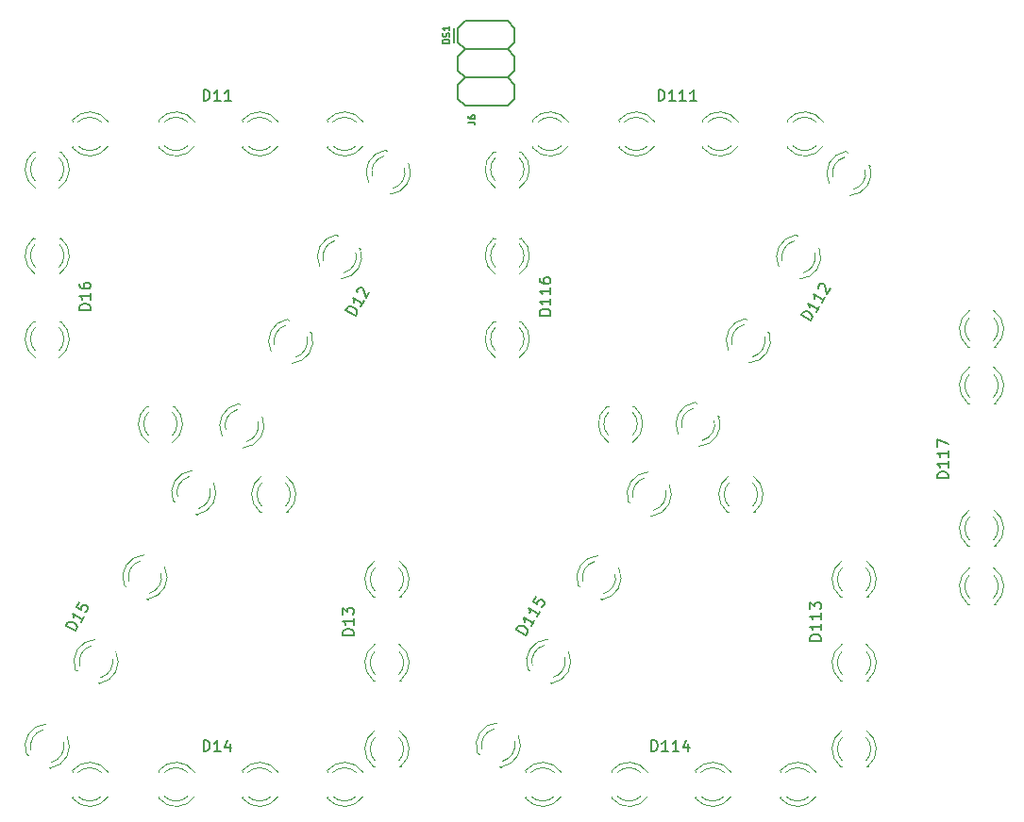
<source format=gbr>
G04 #@! TF.GenerationSoftware,KiCad,Pcbnew,5.1.10-5.1.10*
G04 #@! TF.CreationDate,2021-09-24T10:51:31+10:00*
G04 #@! TF.ProjectId,6segment,36736567-6d65-46e7-942e-6b696361645f,rev?*
G04 #@! TF.SameCoordinates,Original*
G04 #@! TF.FileFunction,Legend,Top*
G04 #@! TF.FilePolarity,Positive*
%FSLAX46Y46*%
G04 Gerber Fmt 4.6, Leading zero omitted, Abs format (unit mm)*
G04 Created by KiCad (PCBNEW 5.1.10-5.1.10) date 2021-09-24 10:51:31*
%MOMM*%
%LPD*%
G01*
G04 APERTURE LIST*
%ADD10C,0.203200*%
%ADD11C,0.120000*%
%ADD12C,0.127000*%
%ADD13C,0.150000*%
G04 APERTURE END LIST*
D10*
G04 #@! TO.C,J6*
X131445000Y-44450000D02*
X130810000Y-45085000D01*
X130810000Y-46355000D02*
X131445000Y-46990000D01*
X131445000Y-46990000D02*
X130810000Y-47625000D01*
X130810000Y-48895000D02*
X131445000Y-49530000D01*
X131445000Y-49530000D02*
X130810000Y-50165000D01*
X130810000Y-51435000D02*
X131445000Y-52070000D01*
X131445000Y-44450000D02*
X135255000Y-44450000D01*
X135255000Y-44450000D02*
X135890000Y-45085000D01*
X135890000Y-45085000D02*
X135890000Y-46355000D01*
X135890000Y-46355000D02*
X135255000Y-46990000D01*
X135255000Y-46990000D02*
X135890000Y-47625000D01*
X135890000Y-47625000D02*
X135890000Y-48895000D01*
X135890000Y-48895000D02*
X135255000Y-49530000D01*
X135255000Y-49530000D02*
X135890000Y-50165000D01*
X135890000Y-50165000D02*
X135890000Y-51435000D01*
X135890000Y-51435000D02*
X135255000Y-52070000D01*
X135255000Y-46990000D02*
X131445000Y-46990000D01*
X135255000Y-49530000D02*
X131445000Y-49530000D01*
X135255000Y-52070000D02*
X131445000Y-52070000D01*
X130810000Y-50165000D02*
X130810000Y-51435000D01*
X130810000Y-47625000D02*
X130810000Y-48895000D01*
X130810000Y-45085000D02*
X130810000Y-46355000D01*
X130477260Y-46355000D02*
X130477260Y-45085000D01*
X130477260Y-45085000D02*
X130477260Y-46355000D01*
D11*
G04 #@! TO.C,D115*
X132585197Y-110193016D02*
X132718915Y-110273362D01*
X134570396Y-111385844D02*
X134704114Y-111466190D01*
X139083675Y-103874487D02*
X139217393Y-103954833D01*
X137098475Y-102681659D02*
X137232193Y-102762005D01*
X143596953Y-96363130D02*
X143730671Y-96443476D01*
X141611754Y-95170302D02*
X141745472Y-95250648D01*
X148110232Y-88851773D02*
X148243950Y-88932119D01*
X146125033Y-87658945D02*
X146258751Y-87739291D01*
X147924720Y-84969355D02*
G75*
G03*
X146125447Y-87659194I63231J-1988996D01*
G01*
X149773815Y-86080405D02*
G75*
G02*
X148243535Y-88931870I-1785864J-877946D01*
G01*
X147598571Y-85509771D02*
G75*
G03*
X146526076Y-87294388I389380J-1448580D01*
G01*
X149449774Y-86622086D02*
G75*
G02*
X148377557Y-88406870I-1461823J-336265D01*
G01*
X143411440Y-92480713D02*
G75*
G03*
X141612169Y-95170551I63232J-1988995D01*
G01*
X145260536Y-93591761D02*
G75*
G02*
X143730257Y-96443227I-1785864J-877947D01*
G01*
X143085292Y-93021128D02*
G75*
G03*
X142012797Y-94805745I389380J-1448580D01*
G01*
X144936495Y-94133443D02*
G75*
G02*
X143864278Y-95918227I-1461823J-336265D01*
G01*
X138898161Y-99992070D02*
G75*
G03*
X137098890Y-102681908I63232J-1988995D01*
G01*
X140747257Y-101103118D02*
G75*
G02*
X139216978Y-103954584I-1785864J-877947D01*
G01*
X138572013Y-100532485D02*
G75*
G03*
X137499518Y-102317102I389380J-1448580D01*
G01*
X140423216Y-101644799D02*
G75*
G02*
X139351000Y-103429584I-1461823J-336266D01*
G01*
X135909938Y-109156157D02*
G75*
G02*
X134837721Y-110940941I-1461823J-336265D01*
G01*
X134058735Y-108043842D02*
G75*
G03*
X132986240Y-109828459I389380J-1448580D01*
G01*
X136233979Y-108614476D02*
G75*
G02*
X134703699Y-111465941I-1785864J-877946D01*
G01*
X134384884Y-107503426D02*
G75*
G03*
X132585611Y-110193265I63231J-1988996D01*
G01*
G04 #@! TO.C,D112*
X167769803Y-57446984D02*
X167636085Y-57366638D01*
X165784604Y-56254156D02*
X165650886Y-56173810D01*
X161271325Y-63765513D02*
X161137607Y-63685167D01*
X163256525Y-64958341D02*
X163122807Y-64877995D01*
X156758047Y-71276870D02*
X156624329Y-71196524D01*
X158743246Y-72469698D02*
X158609528Y-72389352D01*
X152244768Y-78788227D02*
X152111050Y-78707881D01*
X154229967Y-79981055D02*
X154096249Y-79900709D01*
X152430280Y-82670645D02*
G75*
G03*
X154229553Y-79980806I-63231J1988996D01*
G01*
X150581185Y-81559595D02*
G75*
G02*
X152111465Y-78708130I1785864J877946D01*
G01*
X152756429Y-82130229D02*
G75*
G03*
X153828924Y-80345612I-389380J1448580D01*
G01*
X150905226Y-81017914D02*
G75*
G02*
X151977443Y-79233130I1461823J336265D01*
G01*
X156943560Y-75159287D02*
G75*
G03*
X158742831Y-72469449I-63232J1988995D01*
G01*
X155094464Y-74048239D02*
G75*
G02*
X156624743Y-71196773I1785864J877947D01*
G01*
X157269708Y-74618872D02*
G75*
G03*
X158342203Y-72834255I-389380J1448580D01*
G01*
X155418505Y-73506557D02*
G75*
G02*
X156490722Y-71721773I1461823J336265D01*
G01*
X161456839Y-67647930D02*
G75*
G03*
X163256110Y-64958092I-63232J1988995D01*
G01*
X159607743Y-66536882D02*
G75*
G02*
X161138022Y-63685416I1785864J877947D01*
G01*
X161782987Y-67107515D02*
G75*
G03*
X162855482Y-65322898I-389380J1448580D01*
G01*
X159931784Y-65995201D02*
G75*
G02*
X161004000Y-64210416I1461823J336266D01*
G01*
X164445062Y-58483843D02*
G75*
G02*
X165517279Y-56699059I1461823J336265D01*
G01*
X166296265Y-59596158D02*
G75*
G03*
X167368760Y-57811541I-389380J1448580D01*
G01*
X164121021Y-59025524D02*
G75*
G02*
X165651301Y-56174059I1785864J877946D01*
G01*
X165970116Y-60136574D02*
G75*
G03*
X167769389Y-57446735I-63231J1988996D01*
G01*
G04 #@! TO.C,D15*
X92129593Y-110326670D02*
X92264693Y-110404670D01*
X94135307Y-111484670D02*
X94270407Y-111562670D01*
X98516807Y-103895689D02*
X98651907Y-103973689D01*
X96511093Y-102737689D02*
X96646193Y-102815689D01*
X102898307Y-96306709D02*
X103033407Y-96384709D01*
X100892593Y-95148709D02*
X101027693Y-95226709D01*
X107279807Y-88717728D02*
X107414907Y-88795728D01*
X105274093Y-87559728D02*
X105409193Y-87637728D01*
X107026566Y-84839141D02*
G75*
G03*
X105274512Y-87559970I97934J-1987588D01*
G01*
X108894769Y-85917749D02*
G75*
G02*
X107414488Y-88795486I-1770269J-908980D01*
G01*
X106709899Y-85385165D02*
G75*
G03*
X105668712Y-87188227I414601J-1441564D01*
G01*
X108580230Y-86465003D02*
G75*
G02*
X107539327Y-88268227I-1455730J-361726D01*
G01*
X102645065Y-92428120D02*
G75*
G03*
X100893012Y-95148951I97935J-1987589D01*
G01*
X104513270Y-93506729D02*
G75*
G02*
X103032988Y-96384467I-1770270J-908980D01*
G01*
X102328398Y-92974145D02*
G75*
G03*
X101287212Y-94777208I414602J-1441564D01*
G01*
X104198731Y-94053983D02*
G75*
G02*
X103157827Y-95857208I-1455731J-361726D01*
G01*
X98263566Y-100017102D02*
G75*
G03*
X96511512Y-102737931I97934J-1987588D01*
G01*
X100131769Y-101095710D02*
G75*
G02*
X98651488Y-103973447I-1770269J-908980D01*
G01*
X97946899Y-100563126D02*
G75*
G03*
X96905712Y-102366188I414601J-1441564D01*
G01*
X99817230Y-101642964D02*
G75*
G02*
X98776327Y-103446188I-1455730J-361726D01*
G01*
X95435731Y-109231944D02*
G75*
G02*
X94394827Y-111035169I-1455731J-361726D01*
G01*
X93565398Y-108152106D02*
G75*
G03*
X92524212Y-109955169I414602J-1441564D01*
G01*
X95750270Y-108684690D02*
G75*
G02*
X94269988Y-111562428I-1770270J-908980D01*
G01*
X93882065Y-107606081D02*
G75*
G03*
X92130012Y-110326912I97935J-1987589D01*
G01*
G04 #@! TO.C,D12*
X126437407Y-57313330D02*
X126302307Y-57235330D01*
X124431693Y-56155330D02*
X124296593Y-56077330D01*
X120050193Y-63744311D02*
X119915093Y-63666311D01*
X122055907Y-64902311D02*
X121920807Y-64824311D01*
X115668693Y-71333291D02*
X115533593Y-71255291D01*
X117674407Y-72491291D02*
X117539307Y-72413291D01*
X111287193Y-78922272D02*
X111152093Y-78844272D01*
X113292907Y-80080272D02*
X113157807Y-80002272D01*
X111540434Y-82800859D02*
G75*
G03*
X113292488Y-80080030I-97934J1987588D01*
G01*
X109672231Y-81722251D02*
G75*
G02*
X111152512Y-78844514I1770269J908980D01*
G01*
X111857101Y-82254835D02*
G75*
G03*
X112898288Y-80451773I-414601J1441564D01*
G01*
X109986770Y-81174997D02*
G75*
G02*
X111027673Y-79371773I1455730J361726D01*
G01*
X115921935Y-75211880D02*
G75*
G03*
X117673988Y-72491049I-97935J1987589D01*
G01*
X114053730Y-74133271D02*
G75*
G02*
X115534012Y-71255533I1770270J908980D01*
G01*
X116238602Y-74665855D02*
G75*
G03*
X117279788Y-72862792I-414602J1441564D01*
G01*
X114368269Y-73586017D02*
G75*
G02*
X115409173Y-71782792I1455731J361726D01*
G01*
X120303434Y-67622898D02*
G75*
G03*
X122055488Y-64902069I-97934J1987588D01*
G01*
X118435231Y-66544290D02*
G75*
G02*
X119915512Y-63666553I1770269J908980D01*
G01*
X120620101Y-67076874D02*
G75*
G03*
X121661288Y-65273812I-414601J1441564D01*
G01*
X118749770Y-65997036D02*
G75*
G02*
X119790673Y-64193812I1455730J361726D01*
G01*
X123131269Y-58408056D02*
G75*
G02*
X124172173Y-56604831I1455731J361726D01*
G01*
X125001602Y-59487894D02*
G75*
G03*
X126042788Y-57684831I-414602J1441564D01*
G01*
X122816730Y-58955310D02*
G75*
G02*
X124297012Y-56077572I1770270J908980D01*
G01*
X124684935Y-60033919D02*
G75*
G03*
X126436988Y-57313088I-97935J1987589D01*
G01*
G04 #@! TO.C,D116*
X136491000Y-56225000D02*
X136335000Y-56225000D01*
X134175000Y-56225000D02*
X134019000Y-56225000D01*
X134175000Y-63972000D02*
X134019000Y-63972000D01*
X136491000Y-63972000D02*
X136335000Y-63972000D01*
X134175000Y-71465000D02*
X134019000Y-71465000D01*
X136491000Y-71465000D02*
X136335000Y-71465000D01*
X144335000Y-79085000D02*
X144179000Y-79085000D01*
X146651000Y-79085000D02*
X146495000Y-79085000D01*
X146493608Y-82317335D02*
G75*
G03*
X146650516Y-79085000I-1078608J1672335D01*
G01*
X144336392Y-82317335D02*
G75*
G02*
X144179484Y-79085000I1078608J1672335D01*
G01*
X146494837Y-81686130D02*
G75*
G03*
X146495000Y-79604039I-1079837J1041130D01*
G01*
X144335163Y-81686130D02*
G75*
G02*
X144335000Y-79604039I1079837J1041130D01*
G01*
X136333608Y-74697335D02*
G75*
G03*
X136490516Y-71465000I-1078608J1672335D01*
G01*
X134176392Y-74697335D02*
G75*
G02*
X134019484Y-71465000I1078608J1672335D01*
G01*
X136334837Y-74066130D02*
G75*
G03*
X136335000Y-71984039I-1079837J1041130D01*
G01*
X134175163Y-74066130D02*
G75*
G02*
X134175000Y-71984039I1079837J1041130D01*
G01*
X136333608Y-67204335D02*
G75*
G03*
X136490516Y-63972000I-1078608J1672335D01*
G01*
X134176392Y-67204335D02*
G75*
G02*
X134019484Y-63972000I1078608J1672335D01*
G01*
X136334837Y-66573130D02*
G75*
G03*
X136335000Y-64491039I-1079837J1041130D01*
G01*
X134175163Y-66573130D02*
G75*
G02*
X134175000Y-64491039I1079837J1041130D01*
G01*
X134175163Y-58826130D02*
G75*
G02*
X134175000Y-56744039I1079837J1041130D01*
G01*
X136334837Y-58826130D02*
G75*
G03*
X136335000Y-56744039I-1079837J1041130D01*
G01*
X134176392Y-59457335D02*
G75*
G02*
X134019484Y-56225000I1078608J1672335D01*
G01*
X136333608Y-59457335D02*
G75*
G03*
X136490516Y-56225000I-1078608J1672335D01*
G01*
G04 #@! TO.C,D16*
X95216000Y-56225000D02*
X95060000Y-56225000D01*
X92900000Y-56225000D02*
X92744000Y-56225000D01*
X92900000Y-63972000D02*
X92744000Y-63972000D01*
X95216000Y-63972000D02*
X95060000Y-63972000D01*
X92900000Y-71465000D02*
X92744000Y-71465000D01*
X95216000Y-71465000D02*
X95060000Y-71465000D01*
X103060000Y-79085000D02*
X102904000Y-79085000D01*
X105376000Y-79085000D02*
X105220000Y-79085000D01*
X105218608Y-82317335D02*
G75*
G03*
X105375516Y-79085000I-1078608J1672335D01*
G01*
X103061392Y-82317335D02*
G75*
G02*
X102904484Y-79085000I1078608J1672335D01*
G01*
X105219837Y-81686130D02*
G75*
G03*
X105220000Y-79604039I-1079837J1041130D01*
G01*
X103060163Y-81686130D02*
G75*
G02*
X103060000Y-79604039I1079837J1041130D01*
G01*
X95058608Y-74697335D02*
G75*
G03*
X95215516Y-71465000I-1078608J1672335D01*
G01*
X92901392Y-74697335D02*
G75*
G02*
X92744484Y-71465000I1078608J1672335D01*
G01*
X95059837Y-74066130D02*
G75*
G03*
X95060000Y-71984039I-1079837J1041130D01*
G01*
X92900163Y-74066130D02*
G75*
G02*
X92900000Y-71984039I1079837J1041130D01*
G01*
X95058608Y-67204335D02*
G75*
G03*
X95215516Y-63972000I-1078608J1672335D01*
G01*
X92901392Y-67204335D02*
G75*
G02*
X92744484Y-63972000I1078608J1672335D01*
G01*
X95059837Y-66573130D02*
G75*
G03*
X95060000Y-64491039I-1079837J1041130D01*
G01*
X92900163Y-66573130D02*
G75*
G02*
X92900000Y-64491039I1079837J1041130D01*
G01*
X92900163Y-58826130D02*
G75*
G02*
X92900000Y-56744039I1079837J1041130D01*
G01*
X95059837Y-58826130D02*
G75*
G03*
X95060000Y-56744039I-1079837J1041130D01*
G01*
X92901392Y-59457335D02*
G75*
G02*
X92744484Y-56225000I1078608J1672335D01*
G01*
X95058608Y-59457335D02*
G75*
G03*
X95215516Y-56225000I-1078608J1672335D01*
G01*
G04 #@! TO.C,D113*
X165134000Y-111415000D02*
X165290000Y-111415000D01*
X167450000Y-111415000D02*
X167606000Y-111415000D01*
X167450000Y-103668000D02*
X167606000Y-103668000D01*
X165134000Y-103668000D02*
X165290000Y-103668000D01*
X167450000Y-96175000D02*
X167606000Y-96175000D01*
X165134000Y-96175000D02*
X165290000Y-96175000D01*
X157290000Y-88555000D02*
X157446000Y-88555000D01*
X154974000Y-88555000D02*
X155130000Y-88555000D01*
X155131392Y-85322665D02*
G75*
G03*
X154974484Y-88555000I1078608J-1672335D01*
G01*
X157288608Y-85322665D02*
G75*
G02*
X157445516Y-88555000I-1078608J-1672335D01*
G01*
X155130163Y-85953870D02*
G75*
G03*
X155130000Y-88035961I1079837J-1041130D01*
G01*
X157289837Y-85953870D02*
G75*
G02*
X157290000Y-88035961I-1079837J-1041130D01*
G01*
X165291392Y-92942665D02*
G75*
G03*
X165134484Y-96175000I1078608J-1672335D01*
G01*
X167448608Y-92942665D02*
G75*
G02*
X167605516Y-96175000I-1078608J-1672335D01*
G01*
X165290163Y-93573870D02*
G75*
G03*
X165290000Y-95655961I1079837J-1041130D01*
G01*
X167449837Y-93573870D02*
G75*
G02*
X167450000Y-95655961I-1079837J-1041130D01*
G01*
X165291392Y-100435665D02*
G75*
G03*
X165134484Y-103668000I1078608J-1672335D01*
G01*
X167448608Y-100435665D02*
G75*
G02*
X167605516Y-103668000I-1078608J-1672335D01*
G01*
X165290163Y-101066870D02*
G75*
G03*
X165290000Y-103148961I1079837J-1041130D01*
G01*
X167449837Y-101066870D02*
G75*
G02*
X167450000Y-103148961I-1079837J-1041130D01*
G01*
X167449837Y-108813870D02*
G75*
G02*
X167450000Y-110895961I-1079837J-1041130D01*
G01*
X165290163Y-108813870D02*
G75*
G03*
X165290000Y-110895961I1079837J-1041130D01*
G01*
X167448608Y-108182665D02*
G75*
G02*
X167605516Y-111415000I-1078608J-1672335D01*
G01*
X165291392Y-108182665D02*
G75*
G03*
X165134484Y-111415000I1078608J-1672335D01*
G01*
G04 #@! TO.C,D13*
X123224000Y-111415000D02*
X123380000Y-111415000D01*
X125540000Y-111415000D02*
X125696000Y-111415000D01*
X125540000Y-103668000D02*
X125696000Y-103668000D01*
X123224000Y-103668000D02*
X123380000Y-103668000D01*
X125540000Y-96175000D02*
X125696000Y-96175000D01*
X123224000Y-96175000D02*
X123380000Y-96175000D01*
X115380000Y-88555000D02*
X115536000Y-88555000D01*
X113064000Y-88555000D02*
X113220000Y-88555000D01*
X113221392Y-85322665D02*
G75*
G03*
X113064484Y-88555000I1078608J-1672335D01*
G01*
X115378608Y-85322665D02*
G75*
G02*
X115535516Y-88555000I-1078608J-1672335D01*
G01*
X113220163Y-85953870D02*
G75*
G03*
X113220000Y-88035961I1079837J-1041130D01*
G01*
X115379837Y-85953870D02*
G75*
G02*
X115380000Y-88035961I-1079837J-1041130D01*
G01*
X123381392Y-92942665D02*
G75*
G03*
X123224484Y-96175000I1078608J-1672335D01*
G01*
X125538608Y-92942665D02*
G75*
G02*
X125695516Y-96175000I-1078608J-1672335D01*
G01*
X123380163Y-93573870D02*
G75*
G03*
X123380000Y-95655961I1079837J-1041130D01*
G01*
X125539837Y-93573870D02*
G75*
G02*
X125540000Y-95655961I-1079837J-1041130D01*
G01*
X123381392Y-100435665D02*
G75*
G03*
X123224484Y-103668000I1078608J-1672335D01*
G01*
X125538608Y-100435665D02*
G75*
G02*
X125695516Y-103668000I-1078608J-1672335D01*
G01*
X123380163Y-101066870D02*
G75*
G03*
X123380000Y-103148961I1079837J-1041130D01*
G01*
X125539837Y-101066870D02*
G75*
G02*
X125540000Y-103148961I-1079837J-1041130D01*
G01*
X125539837Y-108813870D02*
G75*
G02*
X125540000Y-110895961I-1079837J-1041130D01*
G01*
X123380163Y-108813870D02*
G75*
G03*
X123380000Y-110895961I1079837J-1041130D01*
G01*
X125538608Y-108182665D02*
G75*
G02*
X125695516Y-111415000I-1078608J-1672335D01*
G01*
X123381392Y-108182665D02*
G75*
G03*
X123224484Y-111415000I1078608J-1672335D01*
G01*
G04 #@! TO.C,D117*
X176564000Y-73696000D02*
X176720000Y-73696000D01*
X178880000Y-73696000D02*
X179036000Y-73696000D01*
X176564000Y-78776000D02*
X176720000Y-78776000D01*
X178880000Y-78776000D02*
X179036000Y-78776000D01*
X176564000Y-91603000D02*
X176720000Y-91603000D01*
X178880000Y-91603000D02*
X179036000Y-91603000D01*
X178880000Y-96810000D02*
X179036000Y-96810000D01*
X176564000Y-96810000D02*
X176720000Y-96810000D01*
X176721392Y-70463665D02*
G75*
G03*
X176564484Y-73696000I1078608J-1672335D01*
G01*
X178878608Y-70463665D02*
G75*
G02*
X179035516Y-73696000I-1078608J-1672335D01*
G01*
X176720163Y-71094870D02*
G75*
G03*
X176720000Y-73176961I1079837J-1041130D01*
G01*
X178879837Y-71094870D02*
G75*
G02*
X178880000Y-73176961I-1079837J-1041130D01*
G01*
X176721392Y-75543665D02*
G75*
G03*
X176564484Y-78776000I1078608J-1672335D01*
G01*
X178878608Y-75543665D02*
G75*
G02*
X179035516Y-78776000I-1078608J-1672335D01*
G01*
X176720163Y-76174870D02*
G75*
G03*
X176720000Y-78256961I1079837J-1041130D01*
G01*
X178879837Y-76174870D02*
G75*
G02*
X178880000Y-78256961I-1079837J-1041130D01*
G01*
X176721392Y-88370665D02*
G75*
G03*
X176564484Y-91603000I1078608J-1672335D01*
G01*
X178878608Y-88370665D02*
G75*
G02*
X179035516Y-91603000I-1078608J-1672335D01*
G01*
X176720163Y-89001870D02*
G75*
G03*
X176720000Y-91083961I1079837J-1041130D01*
G01*
X178879837Y-89001870D02*
G75*
G02*
X178880000Y-91083961I-1079837J-1041130D01*
G01*
X178879837Y-94208870D02*
G75*
G02*
X178880000Y-96290961I-1079837J-1041130D01*
G01*
X176720163Y-94208870D02*
G75*
G03*
X176720000Y-96290961I1079837J-1041130D01*
G01*
X178878608Y-93577665D02*
G75*
G02*
X179035516Y-96810000I-1078608J-1672335D01*
G01*
X176721392Y-93577665D02*
G75*
G03*
X176564484Y-96810000I1078608J-1672335D01*
G01*
G04 #@! TO.C,D11*
X119090000Y-53374000D02*
X119090000Y-53530000D01*
X119090000Y-55690000D02*
X119090000Y-55846000D01*
X111470000Y-53374000D02*
X111470000Y-53530000D01*
X111470000Y-55690000D02*
X111470000Y-55846000D01*
X103977000Y-53374000D02*
X103977000Y-53530000D01*
X103977000Y-55690000D02*
X103977000Y-55846000D01*
X96230000Y-55690000D02*
X96230000Y-55846000D01*
X96230000Y-53374000D02*
X96230000Y-53530000D01*
X122322335Y-53531392D02*
G75*
G03*
X119090000Y-53374484I-1672335J-1078608D01*
G01*
X122322335Y-55688608D02*
G75*
G02*
X119090000Y-55845516I-1672335J1078608D01*
G01*
X121691130Y-53530163D02*
G75*
G03*
X119609039Y-53530000I-1041130J-1079837D01*
G01*
X121691130Y-55689837D02*
G75*
G02*
X119609039Y-55690000I-1041130J1079837D01*
G01*
X114702335Y-53531392D02*
G75*
G03*
X111470000Y-53374484I-1672335J-1078608D01*
G01*
X114702335Y-55688608D02*
G75*
G02*
X111470000Y-55845516I-1672335J1078608D01*
G01*
X114071130Y-53530163D02*
G75*
G03*
X111989039Y-53530000I-1041130J-1079837D01*
G01*
X114071130Y-55689837D02*
G75*
G02*
X111989039Y-55690000I-1041130J1079837D01*
G01*
X107209335Y-53531392D02*
G75*
G03*
X103977000Y-53374484I-1672335J-1078608D01*
G01*
X107209335Y-55688608D02*
G75*
G02*
X103977000Y-55845516I-1672335J1078608D01*
G01*
X106578130Y-53530163D02*
G75*
G03*
X104496039Y-53530000I-1041130J-1079837D01*
G01*
X106578130Y-55689837D02*
G75*
G02*
X104496039Y-55690000I-1041130J1079837D01*
G01*
X98831130Y-55689837D02*
G75*
G02*
X96749039Y-55690000I-1041130J1079837D01*
G01*
X98831130Y-53530163D02*
G75*
G03*
X96749039Y-53530000I-1041130J-1079837D01*
G01*
X99462335Y-55688608D02*
G75*
G02*
X96230000Y-55845516I-1672335J1078608D01*
G01*
X99462335Y-53531392D02*
G75*
G03*
X96230000Y-53374484I-1672335J-1078608D01*
G01*
G04 #@! TO.C,D14*
X119090000Y-111794000D02*
X119090000Y-111950000D01*
X119090000Y-114110000D02*
X119090000Y-114266000D01*
X111470000Y-111794000D02*
X111470000Y-111950000D01*
X111470000Y-114110000D02*
X111470000Y-114266000D01*
X103977000Y-111794000D02*
X103977000Y-111950000D01*
X103977000Y-114110000D02*
X103977000Y-114266000D01*
X96230000Y-114110000D02*
X96230000Y-114266000D01*
X96230000Y-111794000D02*
X96230000Y-111950000D01*
X122322335Y-111951392D02*
G75*
G03*
X119090000Y-111794484I-1672335J-1078608D01*
G01*
X122322335Y-114108608D02*
G75*
G02*
X119090000Y-114265516I-1672335J1078608D01*
G01*
X121691130Y-111950163D02*
G75*
G03*
X119609039Y-111950000I-1041130J-1079837D01*
G01*
X121691130Y-114109837D02*
G75*
G02*
X119609039Y-114110000I-1041130J1079837D01*
G01*
X114702335Y-111951392D02*
G75*
G03*
X111470000Y-111794484I-1672335J-1078608D01*
G01*
X114702335Y-114108608D02*
G75*
G02*
X111470000Y-114265516I-1672335J1078608D01*
G01*
X114071130Y-111950163D02*
G75*
G03*
X111989039Y-111950000I-1041130J-1079837D01*
G01*
X114071130Y-114109837D02*
G75*
G02*
X111989039Y-114110000I-1041130J1079837D01*
G01*
X107209335Y-111951392D02*
G75*
G03*
X103977000Y-111794484I-1672335J-1078608D01*
G01*
X107209335Y-114108608D02*
G75*
G02*
X103977000Y-114265516I-1672335J1078608D01*
G01*
X106578130Y-111950163D02*
G75*
G03*
X104496039Y-111950000I-1041130J-1079837D01*
G01*
X106578130Y-114109837D02*
G75*
G02*
X104496039Y-114110000I-1041130J1079837D01*
G01*
X98831130Y-114109837D02*
G75*
G02*
X96749039Y-114110000I-1041130J1079837D01*
G01*
X98831130Y-111950163D02*
G75*
G03*
X96749039Y-111950000I-1041130J-1079837D01*
G01*
X99462335Y-114108608D02*
G75*
G02*
X96230000Y-114265516I-1672335J1078608D01*
G01*
X99462335Y-111951392D02*
G75*
G03*
X96230000Y-111794484I-1672335J-1078608D01*
G01*
G04 #@! TO.C,D111*
X160365000Y-53374000D02*
X160365000Y-53530000D01*
X160365000Y-55690000D02*
X160365000Y-55846000D01*
X152745000Y-53374000D02*
X152745000Y-53530000D01*
X152745000Y-55690000D02*
X152745000Y-55846000D01*
X145252000Y-53374000D02*
X145252000Y-53530000D01*
X145252000Y-55690000D02*
X145252000Y-55846000D01*
X137505000Y-55690000D02*
X137505000Y-55846000D01*
X137505000Y-53374000D02*
X137505000Y-53530000D01*
X163597335Y-53531392D02*
G75*
G03*
X160365000Y-53374484I-1672335J-1078608D01*
G01*
X163597335Y-55688608D02*
G75*
G02*
X160365000Y-55845516I-1672335J1078608D01*
G01*
X162966130Y-53530163D02*
G75*
G03*
X160884039Y-53530000I-1041130J-1079837D01*
G01*
X162966130Y-55689837D02*
G75*
G02*
X160884039Y-55690000I-1041130J1079837D01*
G01*
X155977335Y-53531392D02*
G75*
G03*
X152745000Y-53374484I-1672335J-1078608D01*
G01*
X155977335Y-55688608D02*
G75*
G02*
X152745000Y-55845516I-1672335J1078608D01*
G01*
X155346130Y-53530163D02*
G75*
G03*
X153264039Y-53530000I-1041130J-1079837D01*
G01*
X155346130Y-55689837D02*
G75*
G02*
X153264039Y-55690000I-1041130J1079837D01*
G01*
X148484335Y-53531392D02*
G75*
G03*
X145252000Y-53374484I-1672335J-1078608D01*
G01*
X148484335Y-55688608D02*
G75*
G02*
X145252000Y-55845516I-1672335J1078608D01*
G01*
X147853130Y-53530163D02*
G75*
G03*
X145771039Y-53530000I-1041130J-1079837D01*
G01*
X147853130Y-55689837D02*
G75*
G02*
X145771039Y-55690000I-1041130J1079837D01*
G01*
X140106130Y-55689837D02*
G75*
G02*
X138024039Y-55690000I-1041130J1079837D01*
G01*
X140106130Y-53530163D02*
G75*
G03*
X138024039Y-53530000I-1041130J-1079837D01*
G01*
X140737335Y-55688608D02*
G75*
G02*
X137505000Y-55845516I-1672335J1078608D01*
G01*
X140737335Y-53531392D02*
G75*
G03*
X137505000Y-53374484I-1672335J-1078608D01*
G01*
G04 #@! TO.C,D114*
X159730000Y-111794000D02*
X159730000Y-111950000D01*
X159730000Y-114110000D02*
X159730000Y-114266000D01*
X152110000Y-111794000D02*
X152110000Y-111950000D01*
X152110000Y-114110000D02*
X152110000Y-114266000D01*
X144617000Y-111794000D02*
X144617000Y-111950000D01*
X144617000Y-114110000D02*
X144617000Y-114266000D01*
X136870000Y-114110000D02*
X136870000Y-114266000D01*
X136870000Y-111794000D02*
X136870000Y-111950000D01*
X162962335Y-111951392D02*
G75*
G03*
X159730000Y-111794484I-1672335J-1078608D01*
G01*
X162962335Y-114108608D02*
G75*
G02*
X159730000Y-114265516I-1672335J1078608D01*
G01*
X162331130Y-111950163D02*
G75*
G03*
X160249039Y-111950000I-1041130J-1079837D01*
G01*
X162331130Y-114109837D02*
G75*
G02*
X160249039Y-114110000I-1041130J1079837D01*
G01*
X155342335Y-111951392D02*
G75*
G03*
X152110000Y-111794484I-1672335J-1078608D01*
G01*
X155342335Y-114108608D02*
G75*
G02*
X152110000Y-114265516I-1672335J1078608D01*
G01*
X154711130Y-111950163D02*
G75*
G03*
X152629039Y-111950000I-1041130J-1079837D01*
G01*
X154711130Y-114109837D02*
G75*
G02*
X152629039Y-114110000I-1041130J1079837D01*
G01*
X147849335Y-111951392D02*
G75*
G03*
X144617000Y-111794484I-1672335J-1078608D01*
G01*
X147849335Y-114108608D02*
G75*
G02*
X144617000Y-114265516I-1672335J1078608D01*
G01*
X147218130Y-111950163D02*
G75*
G03*
X145136039Y-111950000I-1041130J-1079837D01*
G01*
X147218130Y-114109837D02*
G75*
G02*
X145136039Y-114110000I-1041130J1079837D01*
G01*
X139471130Y-114109837D02*
G75*
G02*
X137389039Y-114110000I-1041130J1079837D01*
G01*
X139471130Y-111950163D02*
G75*
G03*
X137389039Y-111950000I-1041130J-1079837D01*
G01*
X140102335Y-114108608D02*
G75*
G02*
X136870000Y-114265516I-1672335J1078608D01*
G01*
X140102335Y-111951392D02*
G75*
G03*
X136870000Y-111794484I-1672335J-1078608D01*
G01*
G04 #@! TO.C,J6*
D12*
X131746171Y-53543200D02*
X132181600Y-53543200D01*
X132268685Y-53572228D01*
X132326742Y-53630285D01*
X132355771Y-53717371D01*
X132355771Y-53775428D01*
X131746171Y-52991657D02*
X131746171Y-53107771D01*
X131775200Y-53165828D01*
X131804228Y-53194857D01*
X131891314Y-53252914D01*
X132007428Y-53281942D01*
X132239657Y-53281942D01*
X132297714Y-53252914D01*
X132326742Y-53223885D01*
X132355771Y-53165828D01*
X132355771Y-53049714D01*
X132326742Y-52991657D01*
X132297714Y-52962628D01*
X132239657Y-52933600D01*
X132094514Y-52933600D01*
X132036457Y-52962628D01*
X132007428Y-52991657D01*
X131978400Y-53049714D01*
X131978400Y-53165828D01*
X132007428Y-53223885D01*
X132036457Y-53252914D01*
X132094514Y-53281942D01*
X130069771Y-46460228D02*
X129460171Y-46460228D01*
X129460171Y-46315085D01*
X129489200Y-46228000D01*
X129547257Y-46169942D01*
X129605314Y-46140914D01*
X129721428Y-46111885D01*
X129808514Y-46111885D01*
X129924628Y-46140914D01*
X129982685Y-46169942D01*
X130040742Y-46228000D01*
X130069771Y-46315085D01*
X130069771Y-46460228D01*
X130040742Y-45879657D02*
X130069771Y-45792571D01*
X130069771Y-45647428D01*
X130040742Y-45589371D01*
X130011714Y-45560342D01*
X129953657Y-45531314D01*
X129895600Y-45531314D01*
X129837542Y-45560342D01*
X129808514Y-45589371D01*
X129779485Y-45647428D01*
X129750457Y-45763542D01*
X129721428Y-45821600D01*
X129692400Y-45850628D01*
X129634342Y-45879657D01*
X129576285Y-45879657D01*
X129518228Y-45850628D01*
X129489200Y-45821600D01*
X129460171Y-45763542D01*
X129460171Y-45618400D01*
X129489200Y-45531314D01*
X130069771Y-44950742D02*
X130069771Y-45299085D01*
X130069771Y-45124914D02*
X129460171Y-45124914D01*
X129547257Y-45182971D01*
X129605314Y-45241028D01*
X129634342Y-45299085D01*
G04 #@! TO.C,D115*
D13*
X136912878Y-99610948D02*
X136055711Y-99095910D01*
X136178339Y-98891822D01*
X136292733Y-98793895D01*
X136423419Y-98761312D01*
X136529580Y-98769545D01*
X136717376Y-98826830D01*
X136839828Y-98900407D01*
X136978572Y-99039327D01*
X137035682Y-99129196D01*
X137068266Y-99259882D01*
X137035506Y-99406860D01*
X136912878Y-99610948D01*
X137697698Y-98304788D02*
X137403391Y-98794598D01*
X137550544Y-98549693D02*
X136693377Y-98034655D01*
X136766778Y-98189867D01*
X136799362Y-98320553D01*
X136791128Y-98426714D01*
X138188210Y-97488438D02*
X137893903Y-97978248D01*
X138041057Y-97733343D02*
X137183889Y-97218305D01*
X137257291Y-97373517D01*
X137289874Y-97504203D01*
X137281641Y-97610364D01*
X137797030Y-96197868D02*
X137551774Y-96606043D01*
X137935423Y-96892117D01*
X137919131Y-96826773D01*
X137927365Y-96720613D01*
X138049993Y-96516525D01*
X138139862Y-96459416D01*
X138205205Y-96443124D01*
X138311365Y-96451358D01*
X138515453Y-96573986D01*
X138572562Y-96663855D01*
X138588854Y-96729198D01*
X138580620Y-96835358D01*
X138457992Y-97039446D01*
X138368124Y-97096555D01*
X138302780Y-97112847D01*
G04 #@! TO.C,D112*
X162476334Y-71393080D02*
X161619167Y-70878042D01*
X161741795Y-70673954D01*
X161856189Y-70576027D01*
X161986875Y-70543444D01*
X162093036Y-70551677D01*
X162280832Y-70608962D01*
X162403284Y-70682539D01*
X162542028Y-70821459D01*
X162599138Y-70911328D01*
X162631722Y-71042014D01*
X162598962Y-71188992D01*
X162476334Y-71393080D01*
X163261154Y-70086920D02*
X162966847Y-70576730D01*
X163114000Y-70331825D02*
X162256833Y-69816787D01*
X162330234Y-69971999D01*
X162362818Y-70102685D01*
X162354584Y-70208846D01*
X163751666Y-69270570D02*
X163457359Y-69760380D01*
X163604513Y-69515475D02*
X162747345Y-69000437D01*
X162820747Y-69155649D01*
X162853330Y-69286335D01*
X162845097Y-69392496D01*
X163172339Y-68478044D02*
X163156047Y-68412700D01*
X163164281Y-68306540D01*
X163286909Y-68102452D01*
X163376778Y-68045343D01*
X163442121Y-68029051D01*
X163548282Y-68037285D01*
X163629917Y-68086336D01*
X163727843Y-68200731D01*
X163923346Y-68984848D01*
X164242179Y-68454221D01*
G04 #@! TO.C,D15*
X96510029Y-99258292D02*
X95644004Y-98758292D01*
X95763051Y-98552096D01*
X95875719Y-98452187D01*
X96005817Y-98417328D01*
X96112105Y-98423708D01*
X96300872Y-98477706D01*
X96424590Y-98549135D01*
X96565737Y-98685612D01*
X96624406Y-98774471D01*
X96659266Y-98904568D01*
X96629077Y-99052096D01*
X96510029Y-99258292D01*
X97271934Y-97938634D02*
X96986220Y-98433506D01*
X97129077Y-98186070D02*
X96263051Y-97686070D01*
X96339150Y-97839978D01*
X96374010Y-97970075D01*
X96367630Y-98076363D01*
X96858289Y-96655088D02*
X96620194Y-97067481D01*
X97008778Y-97346815D01*
X96991348Y-97281766D01*
X96997728Y-97175478D01*
X97116775Y-96969282D01*
X97205634Y-96910613D01*
X97270682Y-96893183D01*
X97376971Y-96899563D01*
X97583167Y-97018610D01*
X97641836Y-97107469D01*
X97659266Y-97172517D01*
X97652886Y-97278806D01*
X97533839Y-97485002D01*
X97444980Y-97543671D01*
X97379931Y-97561101D01*
G04 #@! TO.C,D12*
X121626231Y-70937292D02*
X120760206Y-70437292D01*
X120879253Y-70231096D01*
X120991921Y-70131187D01*
X121122019Y-70096328D01*
X121228307Y-70102708D01*
X121417074Y-70156706D01*
X121540792Y-70228135D01*
X121681939Y-70364612D01*
X121740608Y-70453471D01*
X121775468Y-70583568D01*
X121745279Y-70731096D01*
X121626231Y-70937292D01*
X122388136Y-69617634D02*
X122102422Y-70112506D01*
X122245279Y-69865070D02*
X121379253Y-69365070D01*
X121455352Y-69518978D01*
X121490212Y-69649075D01*
X121483832Y-69755363D01*
X121795065Y-68835339D02*
X121777635Y-68770290D01*
X121784015Y-68664002D01*
X121903063Y-68457806D01*
X121991921Y-68399137D01*
X122056970Y-68381707D01*
X122163258Y-68388086D01*
X122245737Y-68435706D01*
X122345645Y-68548373D01*
X122554802Y-69328959D01*
X122864326Y-68792848D01*
G04 #@! TO.C,D116*
X139136380Y-70905476D02*
X138136380Y-70905476D01*
X138136380Y-70667380D01*
X138184000Y-70524523D01*
X138279238Y-70429285D01*
X138374476Y-70381666D01*
X138564952Y-70334047D01*
X138707809Y-70334047D01*
X138898285Y-70381666D01*
X138993523Y-70429285D01*
X139088761Y-70524523D01*
X139136380Y-70667380D01*
X139136380Y-70905476D01*
X139136380Y-69381666D02*
X139136380Y-69953095D01*
X139136380Y-69667380D02*
X138136380Y-69667380D01*
X138279238Y-69762619D01*
X138374476Y-69857857D01*
X138422095Y-69953095D01*
X139136380Y-68429285D02*
X139136380Y-69000714D01*
X139136380Y-68715000D02*
X138136380Y-68715000D01*
X138279238Y-68810238D01*
X138374476Y-68905476D01*
X138422095Y-69000714D01*
X138136380Y-67572142D02*
X138136380Y-67762619D01*
X138184000Y-67857857D01*
X138231619Y-67905476D01*
X138374476Y-68000714D01*
X138564952Y-68048333D01*
X138945904Y-68048333D01*
X139041142Y-68000714D01*
X139088761Y-67953095D01*
X139136380Y-67857857D01*
X139136380Y-67667380D01*
X139088761Y-67572142D01*
X139041142Y-67524523D01*
X138945904Y-67476904D01*
X138707809Y-67476904D01*
X138612571Y-67524523D01*
X138564952Y-67572142D01*
X138517333Y-67667380D01*
X138517333Y-67857857D01*
X138564952Y-67953095D01*
X138612571Y-68000714D01*
X138707809Y-68048333D01*
G04 #@! TO.C,D16*
X97861380Y-70429285D02*
X96861380Y-70429285D01*
X96861380Y-70191190D01*
X96909000Y-70048333D01*
X97004238Y-69953095D01*
X97099476Y-69905476D01*
X97289952Y-69857857D01*
X97432809Y-69857857D01*
X97623285Y-69905476D01*
X97718523Y-69953095D01*
X97813761Y-70048333D01*
X97861380Y-70191190D01*
X97861380Y-70429285D01*
X97861380Y-68905476D02*
X97861380Y-69476904D01*
X97861380Y-69191190D02*
X96861380Y-69191190D01*
X97004238Y-69286428D01*
X97099476Y-69381666D01*
X97147095Y-69476904D01*
X96861380Y-68048333D02*
X96861380Y-68238809D01*
X96909000Y-68334047D01*
X96956619Y-68381666D01*
X97099476Y-68476904D01*
X97289952Y-68524523D01*
X97670904Y-68524523D01*
X97766142Y-68476904D01*
X97813761Y-68429285D01*
X97861380Y-68334047D01*
X97861380Y-68143571D01*
X97813761Y-68048333D01*
X97766142Y-68000714D01*
X97670904Y-67953095D01*
X97432809Y-67953095D01*
X97337571Y-68000714D01*
X97289952Y-68048333D01*
X97242333Y-68143571D01*
X97242333Y-68334047D01*
X97289952Y-68429285D01*
X97337571Y-68476904D01*
X97432809Y-68524523D01*
G04 #@! TO.C,D113*
X163393380Y-100115476D02*
X162393380Y-100115476D01*
X162393380Y-99877380D01*
X162441000Y-99734523D01*
X162536238Y-99639285D01*
X162631476Y-99591666D01*
X162821952Y-99544047D01*
X162964809Y-99544047D01*
X163155285Y-99591666D01*
X163250523Y-99639285D01*
X163345761Y-99734523D01*
X163393380Y-99877380D01*
X163393380Y-100115476D01*
X163393380Y-98591666D02*
X163393380Y-99163095D01*
X163393380Y-98877380D02*
X162393380Y-98877380D01*
X162536238Y-98972619D01*
X162631476Y-99067857D01*
X162679095Y-99163095D01*
X163393380Y-97639285D02*
X163393380Y-98210714D01*
X163393380Y-97925000D02*
X162393380Y-97925000D01*
X162536238Y-98020238D01*
X162631476Y-98115476D01*
X162679095Y-98210714D01*
X162393380Y-97305952D02*
X162393380Y-96686904D01*
X162774333Y-97020238D01*
X162774333Y-96877380D01*
X162821952Y-96782142D01*
X162869571Y-96734523D01*
X162964809Y-96686904D01*
X163202904Y-96686904D01*
X163298142Y-96734523D01*
X163345761Y-96782142D01*
X163393380Y-96877380D01*
X163393380Y-97163095D01*
X163345761Y-97258333D01*
X163298142Y-97305952D01*
G04 #@! TO.C,D13*
X121483380Y-99639285D02*
X120483380Y-99639285D01*
X120483380Y-99401190D01*
X120531000Y-99258333D01*
X120626238Y-99163095D01*
X120721476Y-99115476D01*
X120911952Y-99067857D01*
X121054809Y-99067857D01*
X121245285Y-99115476D01*
X121340523Y-99163095D01*
X121435761Y-99258333D01*
X121483380Y-99401190D01*
X121483380Y-99639285D01*
X121483380Y-98115476D02*
X121483380Y-98686904D01*
X121483380Y-98401190D02*
X120483380Y-98401190D01*
X120626238Y-98496428D01*
X120721476Y-98591666D01*
X120769095Y-98686904D01*
X120483380Y-97782142D02*
X120483380Y-97163095D01*
X120864333Y-97496428D01*
X120864333Y-97353571D01*
X120911952Y-97258333D01*
X120959571Y-97210714D01*
X121054809Y-97163095D01*
X121292904Y-97163095D01*
X121388142Y-97210714D01*
X121435761Y-97258333D01*
X121483380Y-97353571D01*
X121483380Y-97639285D01*
X121435761Y-97734523D01*
X121388142Y-97782142D01*
G04 #@! TO.C,D117*
X174823380Y-85510476D02*
X173823380Y-85510476D01*
X173823380Y-85272380D01*
X173871000Y-85129523D01*
X173966238Y-85034285D01*
X174061476Y-84986666D01*
X174251952Y-84939047D01*
X174394809Y-84939047D01*
X174585285Y-84986666D01*
X174680523Y-85034285D01*
X174775761Y-85129523D01*
X174823380Y-85272380D01*
X174823380Y-85510476D01*
X174823380Y-83986666D02*
X174823380Y-84558095D01*
X174823380Y-84272380D02*
X173823380Y-84272380D01*
X173966238Y-84367619D01*
X174061476Y-84462857D01*
X174109095Y-84558095D01*
X174823380Y-83034285D02*
X174823380Y-83605714D01*
X174823380Y-83320000D02*
X173823380Y-83320000D01*
X173966238Y-83415238D01*
X174061476Y-83510476D01*
X174109095Y-83605714D01*
X173823380Y-82700952D02*
X173823380Y-82034285D01*
X174823380Y-82462857D01*
G04 #@! TO.C,D11*
X108005714Y-51633380D02*
X108005714Y-50633380D01*
X108243809Y-50633380D01*
X108386666Y-50681000D01*
X108481904Y-50776238D01*
X108529523Y-50871476D01*
X108577142Y-51061952D01*
X108577142Y-51204809D01*
X108529523Y-51395285D01*
X108481904Y-51490523D01*
X108386666Y-51585761D01*
X108243809Y-51633380D01*
X108005714Y-51633380D01*
X109529523Y-51633380D02*
X108958095Y-51633380D01*
X109243809Y-51633380D02*
X109243809Y-50633380D01*
X109148571Y-50776238D01*
X109053333Y-50871476D01*
X108958095Y-50919095D01*
X110481904Y-51633380D02*
X109910476Y-51633380D01*
X110196190Y-51633380D02*
X110196190Y-50633380D01*
X110100952Y-50776238D01*
X110005714Y-50871476D01*
X109910476Y-50919095D01*
G04 #@! TO.C,D14*
X108005714Y-110053380D02*
X108005714Y-109053380D01*
X108243809Y-109053380D01*
X108386666Y-109101000D01*
X108481904Y-109196238D01*
X108529523Y-109291476D01*
X108577142Y-109481952D01*
X108577142Y-109624809D01*
X108529523Y-109815285D01*
X108481904Y-109910523D01*
X108386666Y-110005761D01*
X108243809Y-110053380D01*
X108005714Y-110053380D01*
X109529523Y-110053380D02*
X108958095Y-110053380D01*
X109243809Y-110053380D02*
X109243809Y-109053380D01*
X109148571Y-109196238D01*
X109053333Y-109291476D01*
X108958095Y-109339095D01*
X110386666Y-109386714D02*
X110386666Y-110053380D01*
X110148571Y-109005761D02*
X109910476Y-109720047D01*
X110529523Y-109720047D01*
G04 #@! TO.C,D111*
X148804523Y-51633380D02*
X148804523Y-50633380D01*
X149042619Y-50633380D01*
X149185476Y-50681000D01*
X149280714Y-50776238D01*
X149328333Y-50871476D01*
X149375952Y-51061952D01*
X149375952Y-51204809D01*
X149328333Y-51395285D01*
X149280714Y-51490523D01*
X149185476Y-51585761D01*
X149042619Y-51633380D01*
X148804523Y-51633380D01*
X150328333Y-51633380D02*
X149756904Y-51633380D01*
X150042619Y-51633380D02*
X150042619Y-50633380D01*
X149947380Y-50776238D01*
X149852142Y-50871476D01*
X149756904Y-50919095D01*
X151280714Y-51633380D02*
X150709285Y-51633380D01*
X150995000Y-51633380D02*
X150995000Y-50633380D01*
X150899761Y-50776238D01*
X150804523Y-50871476D01*
X150709285Y-50919095D01*
X152233095Y-51633380D02*
X151661666Y-51633380D01*
X151947380Y-51633380D02*
X151947380Y-50633380D01*
X151852142Y-50776238D01*
X151756904Y-50871476D01*
X151661666Y-50919095D01*
G04 #@! TO.C,D114*
X148169523Y-110053380D02*
X148169523Y-109053380D01*
X148407619Y-109053380D01*
X148550476Y-109101000D01*
X148645714Y-109196238D01*
X148693333Y-109291476D01*
X148740952Y-109481952D01*
X148740952Y-109624809D01*
X148693333Y-109815285D01*
X148645714Y-109910523D01*
X148550476Y-110005761D01*
X148407619Y-110053380D01*
X148169523Y-110053380D01*
X149693333Y-110053380D02*
X149121904Y-110053380D01*
X149407619Y-110053380D02*
X149407619Y-109053380D01*
X149312380Y-109196238D01*
X149217142Y-109291476D01*
X149121904Y-109339095D01*
X150645714Y-110053380D02*
X150074285Y-110053380D01*
X150360000Y-110053380D02*
X150360000Y-109053380D01*
X150264761Y-109196238D01*
X150169523Y-109291476D01*
X150074285Y-109339095D01*
X151502857Y-109386714D02*
X151502857Y-110053380D01*
X151264761Y-109005761D02*
X151026666Y-109720047D01*
X151645714Y-109720047D01*
G04 #@! TD*
M02*

</source>
